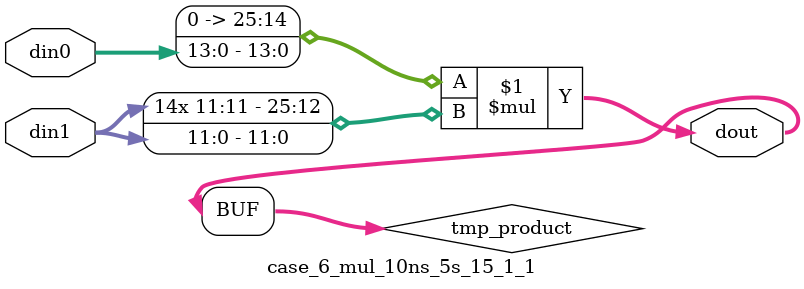
<source format=v>

`timescale 1 ns / 1 ps

 (* use_dsp = "no" *)  module case_6_mul_10ns_5s_15_1_1(din0, din1, dout);
parameter ID = 1;
parameter NUM_STAGE = 0;
parameter din0_WIDTH = 14;
parameter din1_WIDTH = 12;
parameter dout_WIDTH = 26;

input [din0_WIDTH - 1 : 0] din0; 
input [din1_WIDTH - 1 : 0] din1; 
output [dout_WIDTH - 1 : 0] dout;

wire signed [dout_WIDTH - 1 : 0] tmp_product;

























assign tmp_product = $signed({1'b0, din0}) * $signed(din1);










assign dout = tmp_product;





















endmodule

</source>
